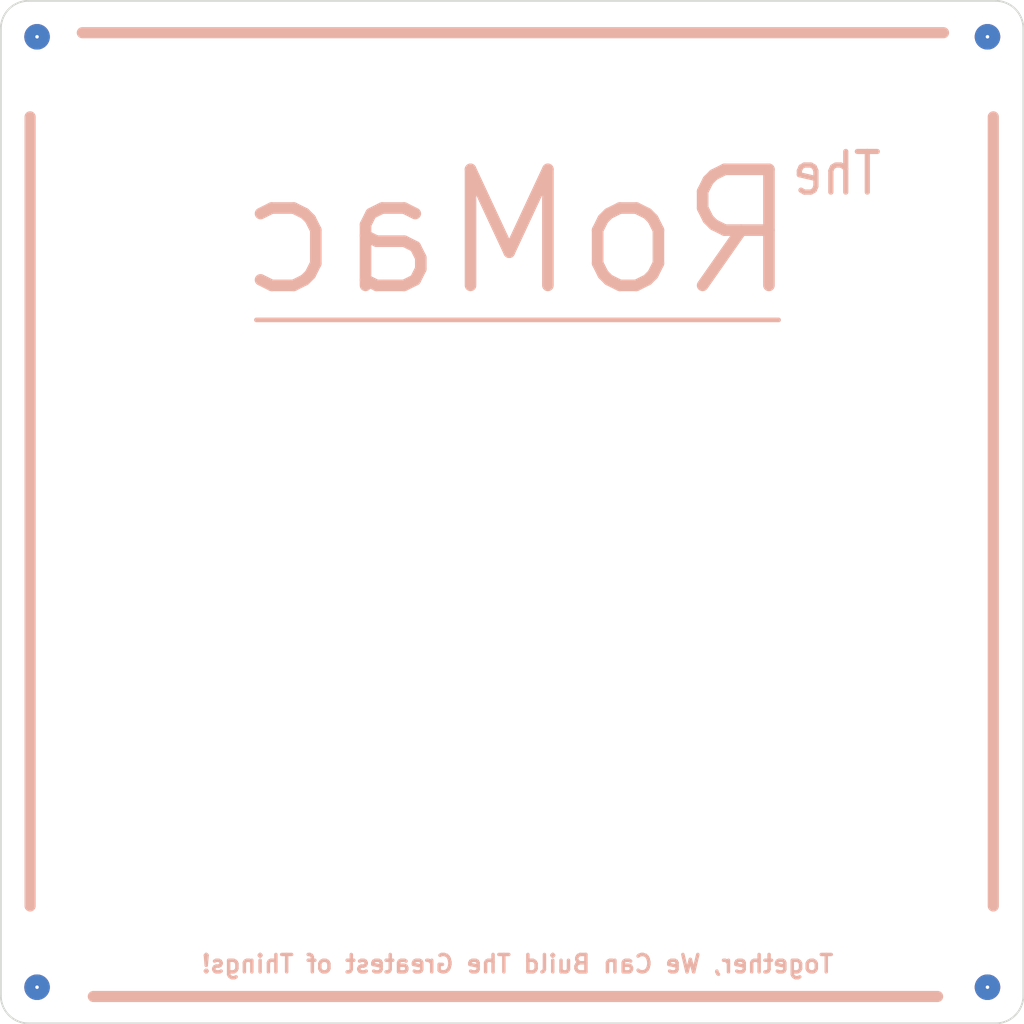
<source format=kicad_pcb>
(kicad_pcb (version 4) (host Gerbview "(5.1.2)-1")

  (layers 
    (0 F.Cu signal)
    (31 B.Cu signal)
    (32 B.Adhes user)
    (33 F.Adhes user)
    (34 B.Paste user)
    (35 F.Paste user)
    (36 B.SilkS user)
    (37 F.SilkS user)
    (38 B.Mask user)
    (39 F.Mask user)
    (40 Dwgs.User user)
    (41 Cmts.User user)
    (42 Eco1.User user)
    (43 Eco2.User user)
    (44 Edge.Cuts user)
  )

(gr_poly (pts  (xy 125.83573 133.89323) (xy 126.0452 133.98) (xy 126.23372 134.10596)
 (xy 126.39404 134.26628) (xy 126.52 134.4548) (xy 126.60677 134.66427) (xy 126.651 134.88664)
 (xy 126.651 135.11337) (xy 126.60677 135.33573) (xy 126.52 135.5452) (xy 126.39404 135.73372)
 (xy 126.23372 135.89404) (xy 126.0452 136.02) (xy 125.83573 136.10677) (xy 125.61337 136.151)
 (xy 125.38664 136.151) (xy 125.16427 136.10677) (xy 124.9548 136.02) (xy 124.76628 135.89404)
 (xy 124.60596 135.73372) (xy 124.48 135.5452) (xy 124.39323 135.33573) (xy 124.349 135.11337)
 (xy 124.349 134.88664) (xy 124.39323 134.66427) (xy 124.48 134.4548) (xy 124.60596 134.26628)
 (xy 124.76628 134.10596) (xy 124.9548 133.98) (xy 125.16427 133.89323) (xy 125.38664 133.849)
 (xy 125.61337 133.849))(layer B.Mask) (width 0) )
(gr_poly (pts  (xy 43.93573 133.89323) (xy 44.1452 133.98) (xy 44.33372 134.10596)
 (xy 44.49404 134.26628) (xy 44.62 134.4548) (xy 44.70677 134.66427) (xy 44.751 134.88664)
 (xy 44.751 135.11337) (xy 44.70677 135.33573) (xy 44.62 135.5452) (xy 44.49404 135.73372)
 (xy 44.33372 135.89404) (xy 44.1452 136.02) (xy 43.93573 136.10677) (xy 43.71337 136.151)
 (xy 43.48664 136.151) (xy 43.26427 136.10677) (xy 43.0548 136.02) (xy 42.86628 135.89404)
 (xy 42.70596 135.73372) (xy 42.58 135.5452) (xy 42.49323 135.33573) (xy 42.449 135.11337)
 (xy 42.449 134.88664) (xy 42.49323 134.66427) (xy 42.58 134.4548) (xy 42.70596 134.26628)
 (xy 42.86628 134.10596) (xy 43.0548 133.98) (xy 43.26427 133.89323) (xy 43.48664 133.849)
 (xy 43.71337 133.849))(layer B.Mask) (width 0) )
(gr_poly (pts  (xy 125.83573 51.99323) (xy 126.0452 52.08) (xy 126.23372 52.20596)
 (xy 126.39404 52.36628) (xy 126.52 52.5548) (xy 126.60677 52.76427) (xy 126.651 52.98664)
 (xy 126.651 53.21337) (xy 126.60677 53.43573) (xy 126.52 53.6452) (xy 126.39404 53.83372)
 (xy 126.23372 53.99404) (xy 126.0452 54.12) (xy 125.83573 54.20677) (xy 125.61337 54.251)
 (xy 125.38664 54.251) (xy 125.16427 54.20677) (xy 124.9548 54.12) (xy 124.76628 53.99404)
 (xy 124.60596 53.83372) (xy 124.48 53.6452) (xy 124.39323 53.43573) (xy 124.349 53.21337)
 (xy 124.349 52.98664) (xy 124.39323 52.76427) (xy 124.48 52.5548) (xy 124.60596 52.36628)
 (xy 124.76628 52.20596) (xy 124.9548 52.08) (xy 125.16427 51.99323) (xy 125.38664 51.949)
 (xy 125.61337 51.949))(layer B.Mask) (width 0) )
(gr_poly (pts  (xy 43.93573 51.99323) (xy 44.1452 52.08) (xy 44.33372 52.20596)
 (xy 44.49404 52.36628) (xy 44.62 52.5548) (xy 44.70677 52.76427) (xy 44.751 52.98664)
 (xy 44.751 53.21337) (xy 44.70677 53.43573) (xy 44.62 53.6452) (xy 44.49404 53.83372)
 (xy 44.33372 53.99404) (xy 44.1452 54.12) (xy 43.93573 54.20677) (xy 43.71337 54.251)
 (xy 43.48664 54.251) (xy 43.26427 54.20677) (xy 43.0548 54.12) (xy 42.86628 53.99404)
 (xy 42.70596 53.83372) (xy 42.58 53.6452) (xy 42.49323 53.43573) (xy 42.449 53.21337)
 (xy 42.449 52.98664) (xy 42.49323 52.76427) (xy 42.58 52.5548) (xy 42.70596 52.36628)
 (xy 42.86628 52.20596) (xy 43.0548 52.08) (xy 43.26427 51.99323) (xy 43.48664 51.949)
 (xy 43.71337 51.949))(layer B.Mask) (width 0) )
(gr_line (start 112.03571 132.17857) (end 111.17857 132.17857)(layer B.SilkS) (width 0.3))
(gr_line (start 111.60714 133.67857) (end 111.60714 132.17857)(layer B.SilkS) (width 0.3))
(gr_line (start 110.46429 133.67857) (end 110.60714 133.60714)(layer B.SilkS) (width 0.3))
(gr_line (start 110.60714 133.60714) (end 110.67857 133.53571)(layer B.SilkS) (width 0.3))
(gr_line (start 110.67857 133.53571) (end 110.75 133.39286)(layer B.SilkS) (width 0.3))
(gr_line (start 110.75 133.39286) (end 110.75 132.96429)(layer B.SilkS) (width 0.3))
(gr_line (start 110.75 132.96429) (end 110.67857 132.82143)(layer B.SilkS) (width 0.3))
(gr_line (start 110.67857 132.82143) (end 110.60714 132.75)(layer B.SilkS) (width 0.3))
(gr_line (start 110.60714 132.75) (end 110.46429 132.67857)(layer B.SilkS) (width 0.3))
(gr_line (start 110.46429 132.67857) (end 110.25 132.67857)(layer B.SilkS) (width 0.3))
(gr_line (start 110.25 132.67857) (end 110.10714 132.75)(layer B.SilkS) (width 0.3))
(gr_line (start 110.10714 132.75) (end 110.03571 132.82143)(layer B.SilkS) (width 0.3))
(gr_line (start 110.03571 132.82143) (end 109.96429 132.96429)(layer B.SilkS) (width 0.3))
(gr_line (start 109.96429 132.96429) (end 109.96429 133.39286)(layer B.SilkS) (width 0.3))
(gr_line (start 109.96429 133.39286) (end 110.03571 133.53571)(layer B.SilkS) (width 0.3))
(gr_line (start 110.03571 133.53571) (end 110.10714 133.60714)(layer B.SilkS) (width 0.3))
(gr_line (start 110.10714 133.60714) (end 110.25 133.67857)(layer B.SilkS) (width 0.3))
(gr_line (start 110.25 133.67857) (end 110.46429 133.67857)(layer B.SilkS) (width 0.3))
(gr_line (start 108.67857 132.67857) (end 108.67857 133.89286)(layer B.SilkS) (width 0.3))
(gr_line (start 108.67857 133.89286) (end 108.75 134.03571)(layer B.SilkS) (width 0.3))
(gr_line (start 108.75 134.03571) (end 108.82143 134.10714)(layer B.SilkS) (width 0.3))
(gr_line (start 108.82143 134.10714) (end 108.96429 134.17857)(layer B.SilkS) (width 0.3))
(gr_line (start 108.96429 134.17857) (end 109.17857 134.17857)(layer B.SilkS) (width 0.3))
(gr_line (start 109.17857 134.17857) (end 109.32143 134.10714)(layer B.SilkS) (width 0.3))
(gr_line (start 108.67857 133.60714) (end 108.82143 133.67857)(layer B.SilkS) (width 0.3))
(gr_line (start 108.82143 133.67857) (end 109.10714 133.67857)(layer B.SilkS) (width 0.3))
(gr_line (start 109.10714 133.67857) (end 109.25 133.60714)(layer B.SilkS) (width 0.3))
(gr_line (start 109.25 133.60714) (end 109.32143 133.53571)(layer B.SilkS) (width 0.3))
(gr_line (start 109.32143 133.53571) (end 109.39286 133.39286)(layer B.SilkS) (width 0.3))
(gr_line (start 109.39286 133.39286) (end 109.39286 132.96429)(layer B.SilkS) (width 0.3))
(gr_line (start 109.39286 132.96429) (end 109.32143 132.82143)(layer B.SilkS) (width 0.3))
(gr_line (start 109.32143 132.82143) (end 109.25 132.75)(layer B.SilkS) (width 0.3))
(gr_line (start 109.25 132.75) (end 109.10714 132.67857)(layer B.SilkS) (width 0.3))
(gr_line (start 109.10714 132.67857) (end 108.82143 132.67857)(layer B.SilkS) (width 0.3))
(gr_line (start 108.82143 132.67857) (end 108.67857 132.75)(layer B.SilkS) (width 0.3))
(gr_line (start 107.39286 133.60714) (end 107.53571 133.67857)(layer B.SilkS) (width 0.3))
(gr_line (start 107.53571 133.67857) (end 107.82143 133.67857)(layer B.SilkS) (width 0.3))
(gr_line (start 107.82143 133.67857) (end 107.96429 133.60714)(layer B.SilkS) (width 0.3))
(gr_line (start 107.96429 133.60714) (end 108.03571 133.46429)(layer B.SilkS) (width 0.3))
(gr_line (start 108.03571 133.46429) (end 108.03571 132.89286)(layer B.SilkS) (width 0.3))
(gr_line (start 108.03571 132.89286) (end 107.96429 132.75)(layer B.SilkS) (width 0.3))
(gr_line (start 107.96429 132.75) (end 107.82143 132.67857)(layer B.SilkS) (width 0.3))
(gr_line (start 107.82143 132.67857) (end 107.53571 132.67857)(layer B.SilkS) (width 0.3))
(gr_line (start 107.53571 132.67857) (end 107.39286 132.75)(layer B.SilkS) (width 0.3))
(gr_line (start 107.39286 132.75) (end 107.32143 132.89286)(layer B.SilkS) (width 0.3))
(gr_line (start 107.32143 132.89286) (end 107.32143 133.03571)(layer B.SilkS) (width 0.3))
(gr_line (start 107.32143 133.03571) (end 108.03571 133.17857)(layer B.SilkS) (width 0.3))
(gr_line (start 106.89286 132.67857) (end 106.32143 132.67857)(layer B.SilkS) (width 0.3))
(gr_line (start 106.67857 132.17857) (end 106.67857 133.46429)(layer B.SilkS) (width 0.3))
(gr_line (start 106.67857 133.46429) (end 106.60714 133.60714)(layer B.SilkS) (width 0.3))
(gr_line (start 106.60714 133.60714) (end 106.46429 133.67857)(layer B.SilkS) (width 0.3))
(gr_line (start 106.46429 133.67857) (end 106.32143 133.67857)(layer B.SilkS) (width 0.3))
(gr_line (start 105.82143 133.67857) (end 105.82143 132.17857)(layer B.SilkS) (width 0.3))
(gr_line (start 105.17857 133.67857) (end 105.17857 132.89286)(layer B.SilkS) (width 0.3))
(gr_line (start 105.17857 132.89286) (end 105.25 132.75)(layer B.SilkS) (width 0.3))
(gr_line (start 105.25 132.75) (end 105.39286 132.67857)(layer B.SilkS) (width 0.3))
(gr_line (start 105.39286 132.67857) (end 105.60714 132.67857)(layer B.SilkS) (width 0.3))
(gr_line (start 105.60714 132.67857) (end 105.75 132.75)(layer B.SilkS) (width 0.3))
(gr_line (start 105.75 132.75) (end 105.82143 132.82143)(layer B.SilkS) (width 0.3))
(gr_line (start 103.89286 133.60714) (end 104.03571 133.67857)(layer B.SilkS) (width 0.3))
(gr_line (start 104.03571 133.67857) (end 104.32143 133.67857)(layer B.SilkS) (width 0.3))
(gr_line (start 104.32143 133.67857) (end 104.46429 133.60714)(layer B.SilkS) (width 0.3))
(gr_line (start 104.46429 133.60714) (end 104.53571 133.46429)(layer B.SilkS) (width 0.3))
(gr_line (start 104.53571 133.46429) (end 104.53571 132.89286)(layer B.SilkS) (width 0.3))
(gr_line (start 104.53571 132.89286) (end 104.46429 132.75)(layer B.SilkS) (width 0.3))
(gr_line (start 104.46429 132.75) (end 104.32143 132.67857)(layer B.SilkS) (width 0.3))
(gr_line (start 104.32143 132.67857) (end 104.03571 132.67857)(layer B.SilkS) (width 0.3))
(gr_line (start 104.03571 132.67857) (end 103.89286 132.75)(layer B.SilkS) (width 0.3))
(gr_line (start 103.89286 132.75) (end 103.82143 132.89286)(layer B.SilkS) (width 0.3))
(gr_line (start 103.82143 132.89286) (end 103.82143 133.03571)(layer B.SilkS) (width 0.3))
(gr_line (start 103.82143 133.03571) (end 104.53571 133.17857)(layer B.SilkS) (width 0.3))
(gr_line (start 103.17857 133.67857) (end 103.17857 132.67857)(layer B.SilkS) (width 0.3))
(gr_line (start 103.17857 132.96429) (end 103.10714 132.82143)(layer B.SilkS) (width 0.3))
(gr_line (start 103.10714 132.82143) (end 103.03571 132.75)(layer B.SilkS) (width 0.3))
(gr_line (start 103.03571 132.75) (end 102.89286 132.67857)(layer B.SilkS) (width 0.3))
(gr_line (start 102.89286 132.67857) (end 102.75 132.67857)(layer B.SilkS) (width 0.3))
(gr_line (start 102.17857 133.60714) (end 102.17857 133.67857)(layer B.SilkS) (width 0.3))
(gr_line (start 102.17857 133.67857) (end 102.25 133.82143)(layer B.SilkS) (width 0.3))
(gr_line (start 102.25 133.82143) (end 102.32143 133.89286)(layer B.SilkS) (width 0.3))
(gr_line (start 100.53571 132.17857) (end 100.17857 133.67857)(layer B.SilkS) (width 0.3))
(gr_line (start 100.17857 133.67857) (end 99.89286 132.60714)(layer B.SilkS) (width 0.3))
(gr_line (start 99.89286 132.60714) (end 99.60714 133.67857)(layer B.SilkS) (width 0.3))
(gr_line (start 99.60714 133.67857) (end 99.25 132.17857)(layer B.SilkS) (width 0.3))
(gr_line (start 98.10714 133.60714) (end 98.25 133.67857)(layer B.SilkS) (width 0.3))
(gr_line (start 98.25 133.67857) (end 98.53570999999999 133.67857)(layer B.SilkS) (width 0.3))
(gr_line (start 98.53570999999999 133.67857) (end 98.67856999999999 133.60714)(layer B.SilkS) (width 0.3))
(gr_line (start 98.67856999999999 133.60714) (end 98.75 133.46429)(layer B.SilkS) (width 0.3))
(gr_line (start 98.75 133.46429) (end 98.75 132.89286)(layer B.SilkS) (width 0.3))
(gr_line (start 98.75 132.89286) (end 98.67856999999999 132.75)(layer B.SilkS) (width 0.3))
(gr_line (start 98.67856999999999 132.75) (end 98.53570999999999 132.67857)(layer B.SilkS) (width 0.3))
(gr_line (start 98.53570999999999 132.67857) (end 98.25 132.67857)(layer B.SilkS) (width 0.3))
(gr_line (start 98.25 132.67857) (end 98.10714 132.75)(layer B.SilkS) (width 0.3))
(gr_line (start 98.10714 132.75) (end 98.03570999999999 132.89286)(layer B.SilkS) (width 0.3))
(gr_line (start 98.03570999999999 132.89286) (end 98.03570999999999 133.03571)(layer B.SilkS) (width 0.3))
(gr_line (start 98.03570999999999 133.03571) (end 98.75 133.17857)(layer B.SilkS) (width 0.3))
(gr_line (start 95.39286 133.53571) (end 95.46429000000001 133.60714)(layer B.SilkS) (width 0.3))
(gr_line (start 95.46429000000001 133.60714) (end 95.67856999999999 133.67857)(layer B.SilkS) (width 0.3))
(gr_line (start 95.67856999999999 133.67857) (end 95.82143000000001 133.67857)(layer B.SilkS) (width 0.3))
(gr_line (start 95.82143000000001 133.67857) (end 96.03570999999999 133.60714)(layer B.SilkS) (width 0.3))
(gr_line (start 96.03570999999999 133.60714) (end 96.17856999999999 133.46429)(layer B.SilkS) (width 0.3))
(gr_line (start 96.17856999999999 133.46429) (end 96.25 133.32143)(layer B.SilkS) (width 0.3))
(gr_line (start 96.25 133.32143) (end 96.32143000000001 133.03571)(layer B.SilkS) (width 0.3))
(gr_line (start 96.32143000000001 133.03571) (end 96.32143000000001 132.82143)(layer B.SilkS) (width 0.3))
(gr_line (start 96.32143000000001 132.82143) (end 96.25 132.53571)(layer B.SilkS) (width 0.3))
(gr_line (start 96.25 132.53571) (end 96.17856999999999 132.39286)(layer B.SilkS) (width 0.3))
(gr_line (start 96.17856999999999 132.39286) (end 96.03570999999999 132.25)(layer B.SilkS) (width 0.3))
(gr_line (start 96.03570999999999 132.25) (end 95.82143000000001 132.17857)(layer B.SilkS) (width 0.3))
(gr_line (start 95.82143000000001 132.17857) (end 95.67856999999999 132.17857)(layer B.SilkS) (width 0.3))
(gr_line (start 95.67856999999999 132.17857) (end 95.46429000000001 132.25)(layer B.SilkS) (width 0.3))
(gr_line (start 95.46429000000001 132.25) (end 95.39286 132.32143)(layer B.SilkS) (width 0.3))
(gr_line (start 94.10714 133.67857) (end 94.10714 132.89286)(layer B.SilkS) (width 0.3))
(gr_line (start 94.10714 132.89286) (end 94.17856999999999 132.75)(layer B.SilkS) (width 0.3))
(gr_line (start 94.17856999999999 132.75) (end 94.32143000000001 132.67857)(layer B.SilkS) (width 0.3))
(gr_line (start 94.32143000000001 132.67857) (end 94.60714 132.67857)(layer B.SilkS) (width 0.3))
(gr_line (start 94.60714 132.67857) (end 94.75 132.75)(layer B.SilkS) (width 0.3))
(gr_line (start 94.10714 133.60714) (end 94.25 133.67857)(layer B.SilkS) (width 0.3))
(gr_line (start 94.25 133.67857) (end 94.60714 133.67857)(layer B.SilkS) (width 0.3))
(gr_line (start 94.60714 133.67857) (end 94.75 133.60714)(layer B.SilkS) (width 0.3))
(gr_line (start 94.75 133.60714) (end 94.82143000000001 133.46429)(layer B.SilkS) (width 0.3))
(gr_line (start 94.82143000000001 133.46429) (end 94.82143000000001 133.32143)(layer B.SilkS) (width 0.3))
(gr_line (start 94.82143000000001 133.32143) (end 94.75 133.17857)(layer B.SilkS) (width 0.3))
(gr_line (start 94.75 133.17857) (end 94.60714 133.10714)(layer B.SilkS) (width 0.3))
(gr_line (start 94.60714 133.10714) (end 94.25 133.10714)(layer B.SilkS) (width 0.3))
(gr_line (start 94.25 133.10714) (end 94.10714 133.03571)(layer B.SilkS) (width 0.3))
(gr_line (start 93.39286 132.67857) (end 93.39286 133.67857)(layer B.SilkS) (width 0.3))
(gr_line (start 93.39286 132.82143) (end 93.32143000000001 132.75)(layer B.SilkS) (width 0.3))
(gr_line (start 93.32143000000001 132.75) (end 93.17856999999999 132.67857)(layer B.SilkS) (width 0.3))
(gr_line (start 93.17856999999999 132.67857) (end 92.96429000000001 132.67857)(layer B.SilkS) (width 0.3))
(gr_line (start 92.96429000000001 132.67857) (end 92.82143000000001 132.75)(layer B.SilkS) (width 0.3))
(gr_line (start 92.82143000000001 132.75) (end 92.75 132.89286)(layer B.SilkS) (width 0.3))
(gr_line (start 92.75 132.89286) (end 92.75 133.67857)(layer B.SilkS) (width 0.3))
(gr_line (start 90.39286 132.89286) (end 90.17856999999999 132.96429)(layer B.SilkS) (width 0.3))
(gr_line (start 90.17856999999999 132.96429) (end 90.10714 133.03571)(layer B.SilkS) (width 0.3))
(gr_line (start 90.10714 133.03571) (end 90.03570999999999 133.17857)(layer B.SilkS) (width 0.3))
(gr_line (start 90.03570999999999 133.17857) (end 90.03570999999999 133.39286)(layer B.SilkS) (width 0.3))
(gr_line (start 90.03570999999999 133.39286) (end 90.10714 133.53571)(layer B.SilkS) (width 0.3))
(gr_line (start 90.10714 133.53571) (end 90.17856999999999 133.60714)(layer B.SilkS) (width 0.3))
(gr_line (start 90.17856999999999 133.60714) (end 90.32143000000001 133.67857)(layer B.SilkS) (width 0.3))
(gr_line (start 90.32143000000001 133.67857) (end 90.89286 133.67857)(layer B.SilkS) (width 0.3))
(gr_line (start 90.89286 133.67857) (end 90.89286 132.17857)(layer B.SilkS) (width 0.3))
(gr_line (start 90.89286 132.17857) (end 90.39286 132.17857)(layer B.SilkS) (width 0.3))
(gr_line (start 90.39286 132.17857) (end 90.25 132.25)(layer B.SilkS) (width 0.3))
(gr_line (start 90.25 132.25) (end 90.17856999999999 132.32143)(layer B.SilkS) (width 0.3))
(gr_line (start 90.17856999999999 132.32143) (end 90.10714 132.46429)(layer B.SilkS) (width 0.3))
(gr_line (start 90.10714 132.46429) (end 90.10714 132.60714)(layer B.SilkS) (width 0.3))
(gr_line (start 90.10714 132.60714) (end 90.17856999999999 132.75)(layer B.SilkS) (width 0.3))
(gr_line (start 90.17856999999999 132.75) (end 90.25 132.82143)(layer B.SilkS) (width 0.3))
(gr_line (start 90.25 132.82143) (end 90.39286 132.89286)(layer B.SilkS) (width 0.3))
(gr_line (start 90.39286 132.89286) (end 90.89286 132.89286)(layer B.SilkS) (width 0.3))
(gr_line (start 88.75 132.67857) (end 88.75 133.67857)(layer B.SilkS) (width 0.3))
(gr_line (start 89.39286 132.67857) (end 89.39286 133.46429)(layer B.SilkS) (width 0.3))
(gr_line (start 89.39286 133.46429) (end 89.32143000000001 133.60714)(layer B.SilkS) (width 0.3))
(gr_line (start 89.32143000000001 133.60714) (end 89.17856999999999 133.67857)(layer B.SilkS) (width 0.3))
(gr_line (start 89.17856999999999 133.67857) (end 88.96429000000001 133.67857)(layer B.SilkS) (width 0.3))
(gr_line (start 88.96429000000001 133.67857) (end 88.82143000000001 133.60714)(layer B.SilkS) (width 0.3))
(gr_line (start 88.82143000000001 133.60714) (end 88.75 133.53571)(layer B.SilkS) (width 0.3))
(gr_line (start 88.03570999999999 133.67857) (end 88.03570999999999 132.67857)(layer B.SilkS) (width 0.3))
(gr_line (start 88.03570999999999 132.17857) (end 88.10714 132.25)(layer B.SilkS) (width 0.3))
(gr_line (start 88.10714 132.25) (end 88.03570999999999 132.32143)(layer B.SilkS) (width 0.3))
(gr_line (start 88.03570999999999 132.32143) (end 87.96429000000001 132.25)(layer B.SilkS) (width 0.3))
(gr_line (start 87.96429000000001 132.25) (end 88.03570999999999 132.17857)(layer B.SilkS) (width 0.3))
(gr_line (start 88.03570999999999 132.17857) (end 88.03570999999999 132.32143)(layer B.SilkS) (width 0.3))
(gr_line (start 87.10714 133.67857) (end 87.25 133.60714)(layer B.SilkS) (width 0.3))
(gr_line (start 87.25 133.60714) (end 87.32143000000001 133.46429)(layer B.SilkS) (width 0.3))
(gr_line (start 87.32143000000001 133.46429) (end 87.32143000000001 132.17857)(layer B.SilkS) (width 0.3))
(gr_line (start 85.89286 133.67857) (end 85.89286 132.17857)(layer B.SilkS) (width 0.3))
(gr_line (start 85.89286 133.60714) (end 86.03570999999999 133.67857)(layer B.SilkS) (width 0.3))
(gr_line (start 86.03570999999999 133.67857) (end 86.32143000000001 133.67857)(layer B.SilkS) (width 0.3))
(gr_line (start 86.32143000000001 133.67857) (end 86.46429000000001 133.60714)(layer B.SilkS) (width 0.3))
(gr_line (start 86.46429000000001 133.60714) (end 86.53570999999999 133.53571)(layer B.SilkS) (width 0.3))
(gr_line (start 86.53570999999999 133.53571) (end 86.60714 133.39286)(layer B.SilkS) (width 0.3))
(gr_line (start 86.60714 133.39286) (end 86.60714 132.96429)(layer B.SilkS) (width 0.3))
(gr_line (start 86.60714 132.96429) (end 86.53570999999999 132.82143)(layer B.SilkS) (width 0.3))
(gr_line (start 86.53570999999999 132.82143) (end 86.46429000000001 132.75)(layer B.SilkS) (width 0.3))
(gr_line (start 86.46429000000001 132.75) (end 86.32143000000001 132.67857)(layer B.SilkS) (width 0.3))
(gr_line (start 86.32143000000001 132.67857) (end 86.03570999999999 132.67857)(layer B.SilkS) (width 0.3))
(gr_line (start 86.03570999999999 132.67857) (end 85.89286 132.75)(layer B.SilkS) (width 0.3))
(gr_line (start 84.25 132.17857) (end 83.39286 132.17857)(layer B.SilkS) (width 0.3))
(gr_line (start 83.82143000000001 133.67857) (end 83.82143000000001 132.17857)(layer B.SilkS) (width 0.3))
(gr_line (start 82.89286 133.67857) (end 82.89286 132.17857)(layer B.SilkS) (width 0.3))
(gr_line (start 82.25 133.67857) (end 82.25 132.89286)(layer B.SilkS) (width 0.3))
(gr_line (start 82.25 132.89286) (end 82.32143000000001 132.75)(layer B.SilkS) (width 0.3))
(gr_line (start 82.32143000000001 132.75) (end 82.46429000000001 132.67857)(layer B.SilkS) (width 0.3))
(gr_line (start 82.46429000000001 132.67857) (end 82.67856999999999 132.67857)(layer B.SilkS) (width 0.3))
(gr_line (start 82.67856999999999 132.67857) (end 82.82143000000001 132.75)(layer B.SilkS) (width 0.3))
(gr_line (start 82.82143000000001 132.75) (end 82.89286 132.82143)(layer B.SilkS) (width 0.3))
(gr_line (start 80.96429000000001 133.60714) (end 81.10714 133.67857)(layer B.SilkS) (width 0.3))
(gr_line (start 81.10714 133.67857) (end 81.39286 133.67857)(layer B.SilkS) (width 0.3))
(gr_line (start 81.39286 133.67857) (end 81.53570999999999 133.60714)(layer B.SilkS) (width 0.3))
(gr_line (start 81.53570999999999 133.60714) (end 81.60714 133.46429)(layer B.SilkS) (width 0.3))
(gr_line (start 81.60714 133.46429) (end 81.60714 132.89286)(layer B.SilkS) (width 0.3))
(gr_line (start 81.60714 132.89286) (end 81.53570999999999 132.75)(layer B.SilkS) (width 0.3))
(gr_line (start 81.53570999999999 132.75) (end 81.39286 132.67857)(layer B.SilkS) (width 0.3))
(gr_line (start 81.39286 132.67857) (end 81.10714 132.67857)(layer B.SilkS) (width 0.3))
(gr_line (start 81.10714 132.67857) (end 80.96429000000001 132.75)(layer B.SilkS) (width 0.3))
(gr_line (start 80.96429000000001 132.75) (end 80.89286 132.89286)(layer B.SilkS) (width 0.3))
(gr_line (start 80.89286 132.89286) (end 80.89286 133.03571)(layer B.SilkS) (width 0.3))
(gr_line (start 80.89286 133.03571) (end 81.60714 133.17857)(layer B.SilkS) (width 0.3))
(gr_line (start 78.32143000000001 132.25) (end 78.46429000000001 132.17857)(layer B.SilkS) (width 0.3))
(gr_line (start 78.46429000000001 132.17857) (end 78.67856999999999 132.17857)(layer B.SilkS) (width 0.3))
(gr_line (start 78.67856999999999 132.17857) (end 78.89286 132.25)(layer B.SilkS) (width 0.3))
(gr_line (start 78.89286 132.25) (end 79.03570999999999 132.39286)(layer B.SilkS) (width 0.3))
(gr_line (start 79.03570999999999 132.39286) (end 79.10714 132.53571)(layer B.SilkS) (width 0.3))
(gr_line (start 79.10714 132.53571) (end 79.17856999999999 132.82143)(layer B.SilkS) (width 0.3))
(gr_line (start 79.17856999999999 132.82143) (end 79.17856999999999 133.03571)(layer B.SilkS) (width 0.3))
(gr_line (start 79.17856999999999 133.03571) (end 79.10714 133.32143)(layer B.SilkS) (width 0.3))
(gr_line (start 79.10714 133.32143) (end 79.03570999999999 133.46429)(layer B.SilkS) (width 0.3))
(gr_line (start 79.03570999999999 133.46429) (end 78.89286 133.60714)(layer B.SilkS) (width 0.3))
(gr_line (start 78.89286 133.60714) (end 78.67856999999999 133.67857)(layer B.SilkS) (width 0.3))
(gr_line (start 78.67856999999999 133.67857) (end 78.53570999999999 133.67857)(layer B.SilkS) (width 0.3))
(gr_line (start 78.53570999999999 133.67857) (end 78.32143000000001 133.60714)(layer B.SilkS) (width 0.3))
(gr_line (start 78.32143000000001 133.60714) (end 78.25 133.53571)(layer B.SilkS) (width 0.3))
(gr_line (start 78.25 133.53571) (end 78.25 133.03571)(layer B.SilkS) (width 0.3))
(gr_line (start 78.25 133.03571) (end 78.53570999999999 133.03571)(layer B.SilkS) (width 0.3))
(gr_line (start 77.60714 133.67857) (end 77.60714 132.67857)(layer B.SilkS) (width 0.3))
(gr_line (start 77.60714 132.96429) (end 77.53570999999999 132.82143)(layer B.SilkS) (width 0.3))
(gr_line (start 77.53570999999999 132.82143) (end 77.46429000000001 132.75)(layer B.SilkS) (width 0.3))
(gr_line (start 77.46429000000001 132.75) (end 77.32143000000001 132.67857)(layer B.SilkS) (width 0.3))
(gr_line (start 77.32143000000001 132.67857) (end 77.17856999999999 132.67857)(layer B.SilkS) (width 0.3))
(gr_line (start 76.10714 133.60714) (end 76.25 133.67857)(layer B.SilkS) (width 0.3))
(gr_line (start 76.25 133.67857) (end 76.53570999999999 133.67857)(layer B.SilkS) (width 0.3))
(gr_line (start 76.53570999999999 133.67857) (end 76.67856999999999 133.60714)(layer B.SilkS) (width 0.3))
(gr_line (start 76.67856999999999 133.60714) (end 76.75 133.46429)(layer B.SilkS) (width 0.3))
(gr_line (start 76.75 133.46429) (end 76.75 132.89286)(layer B.SilkS) (width 0.3))
(gr_line (start 76.75 132.89286) (end 76.67856999999999 132.75)(layer B.SilkS) (width 0.3))
(gr_line (start 76.67856999999999 132.75) (end 76.53570999999999 132.67857)(layer B.SilkS) (width 0.3))
(gr_line (start 76.53570999999999 132.67857) (end 76.25 132.67857)(layer B.SilkS) (width 0.3))
(gr_line (start 76.25 132.67857) (end 76.10714 132.75)(layer B.SilkS) (width 0.3))
(gr_line (start 76.10714 132.75) (end 76.03570999999999 132.89286)(layer B.SilkS) (width 0.3))
(gr_line (start 76.03570999999999 132.89286) (end 76.03570999999999 133.03571)(layer B.SilkS) (width 0.3))
(gr_line (start 76.03570999999999 133.03571) (end 76.75 133.17857)(layer B.SilkS) (width 0.3))
(gr_line (start 74.75 133.67857) (end 74.75 132.89286)(layer B.SilkS) (width 0.3))
(gr_line (start 74.75 132.89286) (end 74.82143000000001 132.75)(layer B.SilkS) (width 0.3))
(gr_line (start 74.82143000000001 132.75) (end 74.96429000000001 132.67857)(layer B.SilkS) (width 0.3))
(gr_line (start 74.96429000000001 132.67857) (end 75.25 132.67857)(layer B.SilkS) (width 0.3))
(gr_line (start 75.25 132.67857) (end 75.39286 132.75)(layer B.SilkS) (width 0.3))
(gr_line (start 74.75 133.60714) (end 74.89286 133.67857)(layer B.SilkS) (width 0.3))
(gr_line (start 74.89286 133.67857) (end 75.25 133.67857)(layer B.SilkS) (width 0.3))
(gr_line (start 75.25 133.67857) (end 75.39286 133.60714)(layer B.SilkS) (width 0.3))
(gr_line (start 75.39286 133.60714) (end 75.46429000000001 133.46429)(layer B.SilkS) (width 0.3))
(gr_line (start 75.46429000000001 133.46429) (end 75.46429000000001 133.32143)(layer B.SilkS) (width 0.3))
(gr_line (start 75.46429000000001 133.32143) (end 75.39286 133.17857)(layer B.SilkS) (width 0.3))
(gr_line (start 75.39286 133.17857) (end 75.25 133.10714)(layer B.SilkS) (width 0.3))
(gr_line (start 75.25 133.10714) (end 74.89286 133.10714)(layer B.SilkS) (width 0.3))
(gr_line (start 74.89286 133.10714) (end 74.75 133.03571)(layer B.SilkS) (width 0.3))
(gr_line (start 74.25 132.67857) (end 73.67856999999999 132.67857)(layer B.SilkS) (width 0.3))
(gr_line (start 74.03570999999999 132.17857) (end 74.03570999999999 133.46429)(layer B.SilkS) (width 0.3))
(gr_line (start 74.03570999999999 133.46429) (end 73.96429000000001 133.60714)(layer B.SilkS) (width 0.3))
(gr_line (start 73.96429000000001 133.60714) (end 73.82143000000001 133.67857)(layer B.SilkS) (width 0.3))
(gr_line (start 73.82143000000001 133.67857) (end 73.67856999999999 133.67857)(layer B.SilkS) (width 0.3))
(gr_line (start 72.60714 133.60714) (end 72.75 133.67857)(layer B.SilkS) (width 0.3))
(gr_line (start 72.75 133.67857) (end 73.03570999999999 133.67857)(layer B.SilkS) (width 0.3))
(gr_line (start 73.03570999999999 133.67857) (end 73.17856999999999 133.60714)(layer B.SilkS) (width 0.3))
(gr_line (start 73.17856999999999 133.60714) (end 73.25 133.46429)(layer B.SilkS) (width 0.3))
(gr_line (start 73.25 133.46429) (end 73.25 132.89286)(layer B.SilkS) (width 0.3))
(gr_line (start 73.25 132.89286) (end 73.17856999999999 132.75)(layer B.SilkS) (width 0.3))
(gr_line (start 73.17856999999999 132.75) (end 73.03570999999999 132.67857)(layer B.SilkS) (width 0.3))
(gr_line (start 73.03570999999999 132.67857) (end 72.75 132.67857)(layer B.SilkS) (width 0.3))
(gr_line (start 72.75 132.67857) (end 72.60714 132.75)(layer B.SilkS) (width 0.3))
(gr_line (start 72.60714 132.75) (end 72.53570999999999 132.89286)(layer B.SilkS) (width 0.3))
(gr_line (start 72.53570999999999 132.89286) (end 72.53570999999999 133.03571)(layer B.SilkS) (width 0.3))
(gr_line (start 72.53570999999999 133.03571) (end 73.25 133.17857)(layer B.SilkS) (width 0.3))
(gr_line (start 71.96429000000001 133.60714) (end 71.82143000000001 133.67857)(layer B.SilkS) (width 0.3))
(gr_line (start 71.82143000000001 133.67857) (end 71.53570999999999 133.67857)(layer B.SilkS) (width 0.3))
(gr_line (start 71.53570999999999 133.67857) (end 71.39286 133.60714)(layer B.SilkS) (width 0.3))
(gr_line (start 71.39286 133.60714) (end 71.32143000000001 133.46429)(layer B.SilkS) (width 0.3))
(gr_line (start 71.32143000000001 133.46429) (end 71.32143000000001 133.39286)(layer B.SilkS) (width 0.3))
(gr_line (start 71.32143000000001 133.39286) (end 71.39286 133.25)(layer B.SilkS) (width 0.3))
(gr_line (start 71.39286 133.25) (end 71.53570999999999 133.17857)(layer B.SilkS) (width 0.3))
(gr_line (start 71.53570999999999 133.17857) (end 71.75 133.17857)(layer B.SilkS) (width 0.3))
(gr_line (start 71.75 133.17857) (end 71.89286 133.10714)(layer B.SilkS) (width 0.3))
(gr_line (start 71.89286 133.10714) (end 71.96429000000001 132.96429)(layer B.SilkS) (width 0.3))
(gr_line (start 71.96429000000001 132.96429) (end 71.96429000000001 132.89286)(layer B.SilkS) (width 0.3))
(gr_line (start 71.96429000000001 132.89286) (end 71.89286 132.75)(layer B.SilkS) (width 0.3))
(gr_line (start 71.89286 132.75) (end 71.75 132.67857)(layer B.SilkS) (width 0.3))
(gr_line (start 71.75 132.67857) (end 71.53570999999999 132.67857)(layer B.SilkS) (width 0.3))
(gr_line (start 71.53570999999999 132.67857) (end 71.39286 132.75)(layer B.SilkS) (width 0.3))
(gr_line (start 70.89286 132.67857) (end 70.32143000000001 132.67857)(layer B.SilkS) (width 0.3))
(gr_line (start 70.67856999999999 132.17857) (end 70.67856999999999 133.46429)(layer B.SilkS) (width 0.3))
(gr_line (start 70.67856999999999 133.46429) (end 70.60714 133.60714)(layer B.SilkS) (width 0.3))
(gr_line (start 70.60714 133.60714) (end 70.46429000000001 133.67857)(layer B.SilkS) (width 0.3))
(gr_line (start 70.46429000000001 133.67857) (end 70.32143000000001 133.67857)(layer B.SilkS) (width 0.3))
(gr_line (start 68.46429000000001 133.67857) (end 68.60714 133.60714)(layer B.SilkS) (width 0.3))
(gr_line (start 68.60714 133.60714) (end 68.67856999999999 133.53571)(layer B.SilkS) (width 0.3))
(gr_line (start 68.67856999999999 133.53571) (end 68.75 133.39286)(layer B.SilkS) (width 0.3))
(gr_line (start 68.75 133.39286) (end 68.75 132.96429)(layer B.SilkS) (width 0.3))
(gr_line (start 68.75 132.96429) (end 68.67856999999999 132.82143)(layer B.SilkS) (width 0.3))
(gr_line (start 68.67856999999999 132.82143) (end 68.60714 132.75)(layer B.SilkS) (width 0.3))
(gr_line (start 68.60714 132.75) (end 68.46429000000001 132.67857)(layer B.SilkS) (width 0.3))
(gr_line (start 68.46429000000001 132.67857) (end 68.25 132.67857)(layer B.SilkS) (width 0.3))
(gr_line (start 68.25 132.67857) (end 68.10714 132.75)(layer B.SilkS) (width 0.3))
(gr_line (start 68.10714 132.75) (end 68.03570999999999 132.82143)(layer B.SilkS) (width 0.3))
(gr_line (start 68.03570999999999 132.82143) (end 67.96429000000001 132.96429)(layer B.SilkS) (width 0.3))
(gr_line (start 67.96429000000001 132.96429) (end 67.96429000000001 133.39286)(layer B.SilkS) (width 0.3))
(gr_line (start 67.96429000000001 133.39286) (end 68.03570999999999 133.53571)(layer B.SilkS) (width 0.3))
(gr_line (start 68.03570999999999 133.53571) (end 68.10714 133.60714)(layer B.SilkS) (width 0.3))
(gr_line (start 68.10714 133.60714) (end 68.25 133.67857)(layer B.SilkS) (width 0.3))
(gr_line (start 68.25 133.67857) (end 68.46429000000001 133.67857)(layer B.SilkS) (width 0.3))
(gr_line (start 67.53570999999999 132.67857) (end 66.96429000000001 132.67857)(layer B.SilkS) (width 0.3))
(gr_line (start 67.32143000000001 133.67857) (end 67.32143000000001 132.39286)(layer B.SilkS) (width 0.3))
(gr_line (start 67.32143000000001 132.39286) (end 67.25 132.25)(layer B.SilkS) (width 0.3))
(gr_line (start 67.25 132.25) (end 67.10714 132.17857)(layer B.SilkS) (width 0.3))
(gr_line (start 67.10714 132.17857) (end 66.96429000000001 132.17857)(layer B.SilkS) (width 0.3))
(gr_line (start 65.53570999999999 132.17857) (end 64.67856999999999 132.17857)(layer B.SilkS) (width 0.3))
(gr_line (start 65.10714 133.67857) (end 65.10714 132.17857)(layer B.SilkS) (width 0.3))
(gr_line (start 64.17856999999999 133.67857) (end 64.17856999999999 132.17857)(layer B.SilkS) (width 0.3))
(gr_line (start 63.53571 133.67857) (end 63.53571 132.89286)(layer B.SilkS) (width 0.3))
(gr_line (start 63.53571 132.89286) (end 63.60714 132.75)(layer B.SilkS) (width 0.3))
(gr_line (start 63.60714 132.75) (end 63.75 132.67857)(layer B.SilkS) (width 0.3))
(gr_line (start 63.75 132.67857) (end 63.96429 132.67857)(layer B.SilkS) (width 0.3))
(gr_line (start 63.96429 132.67857) (end 64.10714 132.75)(layer B.SilkS) (width 0.3))
(gr_line (start 64.10714 132.75) (end 64.17856999999999 132.82143)(layer B.SilkS) (width 0.3))
(gr_line (start 62.82143 133.67857) (end 62.82143 132.67857)(layer B.SilkS) (width 0.3))
(gr_line (start 62.82143 132.17857) (end 62.89286 132.25)(layer B.SilkS) (width 0.3))
(gr_line (start 62.89286 132.25) (end 62.82143 132.32143)(layer B.SilkS) (width 0.3))
(gr_line (start 62.82143 132.32143) (end 62.75 132.25)(layer B.SilkS) (width 0.3))
(gr_line (start 62.75 132.25) (end 62.82143 132.17857)(layer B.SilkS) (width 0.3))
(gr_line (start 62.82143 132.17857) (end 62.82143 132.32143)(layer B.SilkS) (width 0.3))
(gr_line (start 62.10714 132.67857) (end 62.10714 133.67857)(layer B.SilkS) (width 0.3))
(gr_line (start 62.10714 132.82143) (end 62.03571 132.75)(layer B.SilkS) (width 0.3))
(gr_line (start 62.03571 132.75) (end 61.89286 132.67857)(layer B.SilkS) (width 0.3))
(gr_line (start 61.89286 132.67857) (end 61.67857 132.67857)(layer B.SilkS) (width 0.3))
(gr_line (start 61.67857 132.67857) (end 61.53571 132.75)(layer B.SilkS) (width 0.3))
(gr_line (start 61.53571 132.75) (end 61.46429 132.89286)(layer B.SilkS) (width 0.3))
(gr_line (start 61.46429 132.89286) (end 61.46429 133.67857)(layer B.SilkS) (width 0.3))
(gr_line (start 60.10714 132.67857) (end 60.10714 133.89286)(layer B.SilkS) (width 0.3))
(gr_line (start 60.10714 133.89286) (end 60.17857 134.03571)(layer B.SilkS) (width 0.3))
(gr_line (start 60.17857 134.03571) (end 60.25 134.10714)(layer B.SilkS) (width 0.3))
(gr_line (start 60.25 134.10714) (end 60.39286 134.17857)(layer B.SilkS) (width 0.3))
(gr_line (start 60.39286 134.17857) (end 60.60714 134.17857)(layer B.SilkS) (width 0.3))
(gr_line (start 60.60714 134.17857) (end 60.75 134.10714)(layer B.SilkS) (width 0.3))
(gr_line (start 60.10714 133.60714) (end 60.25 133.67857)(layer B.SilkS) (width 0.3))
(gr_line (start 60.25 133.67857) (end 60.53571 133.67857)(layer B.SilkS) (width 0.3))
(gr_line (start 60.53571 133.67857) (end 60.67857 133.60714)(layer B.SilkS) (width 0.3))
(gr_line (start 60.67857 133.60714) (end 60.75 133.53571)(layer B.SilkS) (width 0.3))
(gr_line (start 60.75 133.53571) (end 60.82143 133.39286)(layer B.SilkS) (width 0.3))
(gr_line (start 60.82143 133.39286) (end 60.82143 132.96429)(layer B.SilkS) (width 0.3))
(gr_line (start 60.82143 132.96429) (end 60.75 132.82143)(layer B.SilkS) (width 0.3))
(gr_line (start 60.75 132.82143) (end 60.67857 132.75)(layer B.SilkS) (width 0.3))
(gr_line (start 60.67857 132.75) (end 60.53571 132.67857)(layer B.SilkS) (width 0.3))
(gr_line (start 60.53571 132.67857) (end 60.25 132.67857)(layer B.SilkS) (width 0.3))
(gr_line (start 60.25 132.67857) (end 60.10714 132.75)(layer B.SilkS) (width 0.3))
(gr_line (start 59.46429 133.60714) (end 59.32143 133.67857)(layer B.SilkS) (width 0.3))
(gr_line (start 59.32143 133.67857) (end 59.03571 133.67857)(layer B.SilkS) (width 0.3))
(gr_line (start 59.03571 133.67857) (end 58.89286 133.60714)(layer B.SilkS) (width 0.3))
(gr_line (start 58.89286 133.60714) (end 58.82143 133.46429)(layer B.SilkS) (width 0.3))
(gr_line (start 58.82143 133.46429) (end 58.82143 133.39286)(layer B.SilkS) (width 0.3))
(gr_line (start 58.82143 133.39286) (end 58.89286 133.25)(layer B.SilkS) (width 0.3))
(gr_line (start 58.89286 133.25) (end 59.03571 133.17857)(layer B.SilkS) (width 0.3))
(gr_line (start 59.03571 133.17857) (end 59.25 133.17857)(layer B.SilkS) (width 0.3))
(gr_line (start 59.25 133.17857) (end 59.39286 133.10714)(layer B.SilkS) (width 0.3))
(gr_line (start 59.39286 133.10714) (end 59.46429 132.96429)(layer B.SilkS) (width 0.3))
(gr_line (start 59.46429 132.96429) (end 59.46429 132.89286)(layer B.SilkS) (width 0.3))
(gr_line (start 59.46429 132.89286) (end 59.39286 132.75)(layer B.SilkS) (width 0.3))
(gr_line (start 59.39286 132.75) (end 59.25 132.67857)(layer B.SilkS) (width 0.3))
(gr_line (start 59.25 132.67857) (end 59.03571 132.67857)(layer B.SilkS) (width 0.3))
(gr_line (start 59.03571 132.67857) (end 58.89286 132.75)(layer B.SilkS) (width 0.3))
(gr_line (start 58.17857 133.53571) (end 58.10714 133.60714)(layer B.SilkS) (width 0.3))
(gr_line (start 58.10714 133.60714) (end 58.17857 133.67857)(layer B.SilkS) (width 0.3))
(gr_line (start 58.17857 133.67857) (end 58.25 133.60714)(layer B.SilkS) (width 0.3))
(gr_line (start 58.25 133.60714) (end 58.17857 133.53571)(layer B.SilkS) (width 0.3))
(gr_line (start 58.17857 133.53571) (end 58.17857 133.67857)(layer B.SilkS) (width 0.3))
(gr_line (start 58.17857 133.10714) (end 58.25 132.25)(layer B.SilkS) (width 0.3))
(gr_line (start 58.25 132.25) (end 58.17857 132.17857)(layer B.SilkS) (width 0.3))
(gr_line (start 58.17857 132.17857) (end 58.10714 132.25)(layer B.SilkS) (width 0.3))
(gr_line (start 58.10714 132.25) (end 58.17857 133.10714)(layer B.SilkS) (width 0.3))
(gr_line (start 58.17857 133.10714) (end 58.17857 132.17857)(layer B.SilkS) (width 0.3))
(gr_line (start 116 62.98333) (end 114.28571 62.98333)(layer B.SilkS) (width 0.45))
(gr_line (start 115.14286 66.48333) (end 115.14286 62.98333)(layer B.SilkS) (width 0.45))
(gr_line (start 113.28571 66.48333) (end 113.28571 62.98333)(layer B.SilkS) (width 0.45))
(gr_line (start 112 66.48333) (end 112 64.65000000000001)(layer B.SilkS) (width 0.45))
(gr_line (start 112 64.65000000000001) (end 112.14286 64.31667)(layer B.SilkS) (width 0.45))
(gr_line (start 112.14286 64.31667) (end 112.42857 64.15000000000001)(layer B.SilkS) (width 0.45))
(gr_line (start 112.42857 64.15000000000001) (end 112.85714 64.15000000000001)(layer B.SilkS) (width 0.45))
(gr_line (start 112.85714 64.15000000000001) (end 113.14286 64.31667)(layer B.SilkS) (width 0.45))
(gr_line (start 113.14286 64.31667) (end 113.28571 64.48333)(layer B.SilkS) (width 0.45))
(gr_line (start 109.42857 66.31667) (end 109.71429 66.48333)(layer B.SilkS) (width 0.45))
(gr_line (start 109.71429 66.48333) (end 110.28571 66.48333)(layer B.SilkS) (width 0.45))
(gr_line (start 110.28571 66.48333) (end 110.57143 66.31667)(layer B.SilkS) (width 0.45))
(gr_line (start 110.57143 66.31667) (end 110.71429 65.98333)(layer B.SilkS) (width 0.45))
(gr_line (start 110.71429 65.98333) (end 110.71429 64.65000000000001)(layer B.SilkS) (width 0.45))
(gr_line (start 110.71429 64.65000000000001) (end 110.57143 64.31667)(layer B.SilkS) (width 0.45))
(gr_line (start 110.57143 64.31667) (end 110.28571 64.15000000000001)(layer B.SilkS) (width 0.45))
(gr_line (start 110.28571 64.15000000000001) (end 109.71429 64.15000000000001)(layer B.SilkS) (width 0.45))
(gr_line (start 109.71429 64.15000000000001) (end 109.42857 64.31667)(layer B.SilkS) (width 0.45))
(gr_line (start 109.42857 64.31667) (end 109.28571 64.65000000000001)(layer B.SilkS) (width 0.45))
(gr_line (start 109.28571 64.65000000000001) (end 109.28571 64.98333)(layer B.SilkS) (width 0.45))
(gr_line (start 109.28571 64.98333) (end 110.71429 65.31667)(layer B.SilkS) (width 0.45))
(gr_line (start 62.5 77.5) (end 107.5 77.5)(layer B.SilkS) (width 0.4))
(gr_line (start 100.95238 74.52381) (end 104.28571 69.7619)(layer B.SilkS) (width 1))
(gr_line (start 106.66667 74.52381) (end 106.66667 64.52381)(layer B.SilkS) (width 1))
(gr_line (start 106.66667 64.52381) (end 102.85714 64.52381)(layer B.SilkS) (width 1))
(gr_line (start 102.85714 64.52381) (end 101.90476 65)(layer B.SilkS) (width 1))
(gr_line (start 101.90476 65) (end 101.42857 65.47619)(layer B.SilkS) (width 1))
(gr_line (start 101.42857 65.47619) (end 100.95238 66.42856999999999)(layer B.SilkS) (width 1))
(gr_line (start 100.95238 66.42856999999999) (end 100.95238 67.85714)(layer B.SilkS) (width 1))
(gr_line (start 100.95238 67.85714) (end 101.42857 68.80952000000001)(layer B.SilkS) (width 1))
(gr_line (start 101.42857 68.80952000000001) (end 101.90476 69.28570999999999)(layer B.SilkS) (width 1))
(gr_line (start 101.90476 69.28570999999999) (end 102.85714 69.7619)(layer B.SilkS) (width 1))
(gr_line (start 102.85714 69.7619) (end 106.66667 69.7619)(layer B.SilkS) (width 1))
(gr_line (start 95.2381 74.52381) (end 96.19047999999999 74.04761999999999)(layer B.SilkS) (width 1))
(gr_line (start 96.19047999999999 74.04761999999999) (end 96.66667 73.57143000000001)(layer B.SilkS) (width 1))
(gr_line (start 96.66667 73.57143000000001) (end 97.14286 72.61905)(layer B.SilkS) (width 1))
(gr_line (start 97.14286 72.61905) (end 97.14286 69.7619)(layer B.SilkS) (width 1))
(gr_line (start 97.14286 69.7619) (end 96.66667 68.80952000000001)(layer B.SilkS) (width 1))
(gr_line (start 96.66667 68.80952000000001) (end 96.19047999999999 68.33333)(layer B.SilkS) (width 1))
(gr_line (start 96.19047999999999 68.33333) (end 95.2381 67.85714)(layer B.SilkS) (width 1))
(gr_line (start 95.2381 67.85714) (end 93.80952000000001 67.85714)(layer B.SilkS) (width 1))
(gr_line (start 93.80952000000001 67.85714) (end 92.85714 68.33333)(layer B.SilkS) (width 1))
(gr_line (start 92.85714 68.33333) (end 92.38095 68.80952000000001)(layer B.SilkS) (width 1))
(gr_line (start 92.38095 68.80952000000001) (end 91.90476 69.7619)(layer B.SilkS) (width 1))
(gr_line (start 91.90476 69.7619) (end 91.90476 72.61905)(layer B.SilkS) (width 1))
(gr_line (start 91.90476 72.61905) (end 92.38095 73.57143000000001)(layer B.SilkS) (width 1))
(gr_line (start 92.38095 73.57143000000001) (end 92.85714 74.04761999999999)(layer B.SilkS) (width 1))
(gr_line (start 92.85714 74.04761999999999) (end 93.80952000000001 74.52381)(layer B.SilkS) (width 1))
(gr_line (start 93.80952000000001 74.52381) (end 95.2381 74.52381)(layer B.SilkS) (width 1))
(gr_line (start 87.61905 74.52381) (end 87.61905 64.52381)(layer B.SilkS) (width 1))
(gr_line (start 87.61905 64.52381) (end 84.28570999999999 71.66667)(layer B.SilkS) (width 1))
(gr_line (start 84.28570999999999 71.66667) (end 80.95238000000001 64.52381)(layer B.SilkS) (width 1))
(gr_line (start 80.95238000000001 64.52381) (end 80.95238000000001 74.52381)(layer B.SilkS) (width 1))
(gr_line (start 71.90476 74.52381) (end 71.90476 69.28570999999999)(layer B.SilkS) (width 1))
(gr_line (start 71.90476 69.28570999999999) (end 72.38095 68.33333)(layer B.SilkS) (width 1))
(gr_line (start 72.38095 68.33333) (end 73.33333 67.85714)(layer B.SilkS) (width 1))
(gr_line (start 73.33333 67.85714) (end 75.2381 67.85714)(layer B.SilkS) (width 1))
(gr_line (start 75.2381 67.85714) (end 76.19047999999999 68.33333)(layer B.SilkS) (width 1))
(gr_line (start 71.90476 74.04761999999999) (end 72.85714 74.52381)(layer B.SilkS) (width 1))
(gr_line (start 72.85714 74.52381) (end 75.2381 74.52381)(layer B.SilkS) (width 1))
(gr_line (start 75.2381 74.52381) (end 76.19047999999999 74.04761999999999)(layer B.SilkS) (width 1))
(gr_line (start 76.19047999999999 74.04761999999999) (end 76.66667 73.09524)(layer B.SilkS) (width 1))
(gr_line (start 76.66667 73.09524) (end 76.66667 72.14286)(layer B.SilkS) (width 1))
(gr_line (start 76.66667 72.14286) (end 76.19047999999999 71.19047999999999)(layer B.SilkS) (width 1))
(gr_line (start 76.19047999999999 71.19047999999999) (end 75.2381 70.71429000000001)(layer B.SilkS) (width 1))
(gr_line (start 75.2381 70.71429000000001) (end 72.85714 70.71429000000001)(layer B.SilkS) (width 1))
(gr_line (start 72.85714 70.71429000000001) (end 71.90476 70.2381)(layer B.SilkS) (width 1))
(gr_line (start 62.85714 74.04761999999999) (end 63.80952 74.52381)(layer B.SilkS) (width 1))
(gr_line (start 63.80952 74.52381) (end 65.71429000000001 74.52381)(layer B.SilkS) (width 1))
(gr_line (start 65.71429000000001 74.52381) (end 66.66667 74.04761999999999)(layer B.SilkS) (width 1))
(gr_line (start 66.66667 74.04761999999999) (end 67.14286 73.57143000000001)(layer B.SilkS) (width 1))
(gr_line (start 67.14286 73.57143000000001) (end 67.61905 72.61905)(layer B.SilkS) (width 1))
(gr_line (start 67.61905 72.61905) (end 67.61905 69.7619)(layer B.SilkS) (width 1))
(gr_line (start 67.61905 69.7619) (end 67.14286 68.80952000000001)(layer B.SilkS) (width 1))
(gr_line (start 67.14286 68.80952000000001) (end 66.66667 68.33333)(layer B.SilkS) (width 1))
(gr_line (start 66.66667 68.33333) (end 65.71429000000001 67.85714)(layer B.SilkS) (width 1))
(gr_line (start 65.71429000000001 67.85714) (end 63.80952 67.85714)(layer B.SilkS) (width 1))
(gr_line (start 63.80952 67.85714) (end 62.85714 68.33333)(layer B.SilkS) (width 1))
(gr_line (start 126 60) (end 126 128)(layer B.SilkS) (width 0.962))
(gr_line (start 43 60) (end 43 128)(layer B.SilkS) (width 0.962))
(gr_line (start 47.5 52.75) (end 121.7094 52.75)(layer B.SilkS) (width 0.962))
(gr_line (start 48.45 135.8) (end 121.2 135.8)(layer B.SilkS) (width 0.962))
(gr_arc (start 42.8625 52.3875) (end 40.48125 52.3875) (angle 90)(layer Edge.Cuts) (width 0.15))
(gr_arc (start 42.8625 135.73125) (end 42.8625 138.1125) (angle 90)(layer Edge.Cuts) (width 0.15))
(gr_arc (start 126.20625 135.73125) (end 128.5875 135.73125) (angle 90)(layer Edge.Cuts) (width 0.15))
(gr_arc (start 126.20625 52.3875) (end 126.20625 50.00625) (angle 90)(layer Edge.Cuts) (width 0.15))
(gr_line (start 128.5875 135.73125) (end 128.5875 52.3875)(layer Edge.Cuts) (width 0.15))
(gr_line (start 42.8625 138.1125) (end 126.20625 138.1125)(layer Edge.Cuts) (width 0.15))
(gr_line (start 40.48125 52.3875) (end 40.48125 135.73125)(layer Edge.Cuts) (width 0.15))
(gr_line (start 126.20625 50.00625) (end 42.8625 50.00625)(layer Edge.Cuts) (width 0.15))
(gr_poly (pts  (xy 125.83573 133.89323) (xy 126.0452 133.98) (xy 126.23372 134.10596)
 (xy 126.39404 134.26628) (xy 126.52 134.4548) (xy 126.60677 134.66427) (xy 126.651 134.88664)
 (xy 126.651 135.11337) (xy 126.60677 135.33573) (xy 126.52 135.5452) (xy 126.39404 135.73372)
 (xy 126.23372 135.89404) (xy 126.0452 136.02) (xy 125.83573 136.10677) (xy 125.61337 136.151)
 (xy 125.38664 136.151) (xy 125.16427 136.10677) (xy 124.9548 136.02) (xy 124.76628 135.89404)
 (xy 124.60596 135.73372) (xy 124.48 135.5452) (xy 124.39323 135.33573) (xy 124.349 135.11337)
 (xy 124.349 134.88664) (xy 124.39323 134.66427) (xy 124.48 134.4548) (xy 124.60596 134.26628)
 (xy 124.76628 134.10596) (xy 124.9548 133.98) (xy 125.16427 133.89323) (xy 125.38664 133.849)
 (xy 125.61337 133.849))(layer F.Mask) (width 0) )
(gr_poly (pts  (xy 43.93573 133.89323) (xy 44.1452 133.98) (xy 44.33372 134.10596)
 (xy 44.49404 134.26628) (xy 44.62 134.4548) (xy 44.70677 134.66427) (xy 44.751 134.88664)
 (xy 44.751 135.11337) (xy 44.70677 135.33573) (xy 44.62 135.5452) (xy 44.49404 135.73372)
 (xy 44.33372 135.89404) (xy 44.1452 136.02) (xy 43.93573 136.10677) (xy 43.71337 136.151)
 (xy 43.48664 136.151) (xy 43.26427 136.10677) (xy 43.0548 136.02) (xy 42.86628 135.89404)
 (xy 42.70596 135.73372) (xy 42.58 135.5452) (xy 42.49323 135.33573) (xy 42.449 135.11337)
 (xy 42.449 134.88664) (xy 42.49323 134.66427) (xy 42.58 134.4548) (xy 42.70596 134.26628)
 (xy 42.86628 134.10596) (xy 43.0548 133.98) (xy 43.26427 133.89323) (xy 43.48664 133.849)
 (xy 43.71337 133.849))(layer F.Mask) (width 0) )
(gr_poly (pts  (xy 125.83573 51.99323) (xy 126.0452 52.08) (xy 126.23372 52.20596)
 (xy 126.39404 52.36628) (xy 126.52 52.5548) (xy 126.60677 52.76427) (xy 126.651 52.98664)
 (xy 126.651 53.21337) (xy 126.60677 53.43573) (xy 126.52 53.6452) (xy 126.39404 53.83372)
 (xy 126.23372 53.99404) (xy 126.0452 54.12) (xy 125.83573 54.20677) (xy 125.61337 54.251)
 (xy 125.38664 54.251) (xy 125.16427 54.20677) (xy 124.9548 54.12) (xy 124.76628 53.99404)
 (xy 124.60596 53.83372) (xy 124.48 53.6452) (xy 124.39323 53.43573) (xy 124.349 53.21337)
 (xy 124.349 52.98664) (xy 124.39323 52.76427) (xy 124.48 52.5548) (xy 124.60596 52.36628)
 (xy 124.76628 52.20596) (xy 124.9548 52.08) (xy 125.16427 51.99323) (xy 125.38664 51.949)
 (xy 125.61337 51.949))(layer F.Mask) (width 0) )
(gr_poly (pts  (xy 43.93573 51.99323) (xy 44.1452 52.08) (xy 44.33372 52.20596)
 (xy 44.49404 52.36628) (xy 44.62 52.5548) (xy 44.70677 52.76427) (xy 44.751 52.98664)
 (xy 44.751 53.21337) (xy 44.70677 53.43573) (xy 44.62 53.6452) (xy 44.49404 53.83372)
 (xy 44.33372 53.99404) (xy 44.1452 54.12) (xy 43.93573 54.20677) (xy 43.71337 54.251)
 (xy 43.48664 54.251) (xy 43.26427 54.20677) (xy 43.0548 54.12) (xy 42.86628 53.99404)
 (xy 42.70596 53.83372) (xy 42.58 53.6452) (xy 42.49323 53.43573) (xy 42.449 53.21337)
 (xy 42.449 52.98664) (xy 42.49323 52.76427) (xy 42.58 52.5548) (xy 42.70596 52.36628)
 (xy 42.86628 52.20596) (xy 43.0548 52.08) (xy 43.26427 51.99323) (xy 43.48664 51.949)
 (xy 43.71337 51.949))(layer F.Mask) (width 0) )
 (via (at 43.5991 135.001) (size 2.19964) (layers F.Cu B.Cu))
 (via (at 125.49886 53.10124) (size 2.19964) (layers F.Cu B.Cu))
 (via (at 43.5991 53.10124) (size 2.19964) (layers F.Cu B.Cu))
 (via (at 125.49886 135.001) (size 2.19964) (layers F.Cu B.Cu))
)

</source>
